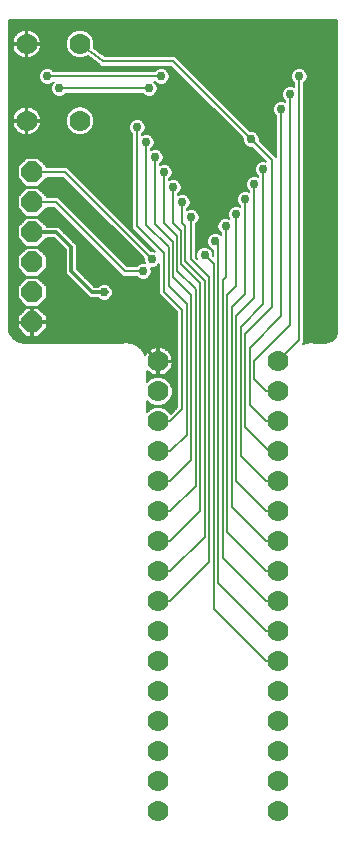
<source format=gbl>
G75*
%MOIN*%
%OFA0B0*%
%FSLAX26Y26*%
%IPPOS*%
%LPD*%
%AMOC8*
5,1,8,0,0,1.08239X$1,22.5*
%
%ADD10C,0.070000*%
%ADD11OC8,0.070000*%
%ADD12C,0.029780*%
%ADD13C,0.006000*%
%ADD14C,0.008000*%
%ADD15C,0.012000*%
D10*
X00653000Y00183000D03*
X00653000Y00283000D03*
X00653000Y00383000D03*
X00653000Y00483000D03*
X00653000Y00583000D03*
X00653000Y00683000D03*
X00653000Y00783000D03*
X00653000Y00883000D03*
X00653000Y00983000D03*
X00653000Y01083000D03*
X00653000Y01183000D03*
X00653000Y01283000D03*
X00653000Y01383000D03*
X00653000Y01483000D03*
X00653000Y01583000D03*
X00653000Y01683000D03*
X00392000Y02485000D03*
X00392000Y02741000D03*
X00214000Y02741000D03*
X00214000Y02485000D03*
X01053000Y01683000D03*
X01053000Y01583000D03*
X01053000Y01483000D03*
X01053000Y01383000D03*
X01053000Y01283000D03*
X01053000Y01183000D03*
X01053000Y01083000D03*
X01053000Y00983000D03*
X01053000Y00883000D03*
X01053000Y00783000D03*
X01053000Y00683000D03*
X01053000Y00583000D03*
X01053000Y00483000D03*
X01053000Y00383000D03*
X01053000Y00283000D03*
X01053000Y00183000D03*
D11*
X00233000Y01813000D03*
X00233000Y01913000D03*
X00233000Y02013000D03*
X00233000Y02113000D03*
X00233000Y02213000D03*
X00233000Y02313000D03*
D12*
X00323000Y02593000D03*
X00283000Y02633000D03*
X00583000Y02463000D03*
X00613000Y02413000D03*
X00643000Y02363000D03*
X00673000Y02313000D03*
X00703000Y02263000D03*
X00733000Y02213000D03*
X00763000Y02163000D03*
X00808000Y02038000D03*
X00843000Y02083000D03*
X00878000Y02133000D03*
X00913000Y02173000D03*
X00943000Y02223000D03*
X00973000Y02273000D03*
X01003000Y02323000D03*
X00963000Y02423000D03*
X01063000Y02523000D03*
X01093000Y02573000D03*
X01123000Y02633000D03*
X00663000Y02633000D03*
X00623000Y02593000D03*
X00633000Y02023000D03*
X00603000Y01983000D03*
X00473000Y01913000D03*
D13*
X00493003Y01932439D02*
X00657000Y01932439D01*
X00657000Y01938438D02*
X00484468Y01938438D01*
X00488798Y01936644D02*
X00478548Y01940890D01*
X00467452Y01940890D01*
X00457202Y01936644D01*
X00452558Y01932000D01*
X00440870Y01932000D01*
X00382000Y01990870D01*
X00382000Y02070870D01*
X00370870Y02082000D01*
X00320870Y02132000D01*
X00281000Y02132000D01*
X00281000Y02132882D01*
X00252882Y02161000D01*
X00213118Y02161000D01*
X00185000Y02132882D01*
X00185000Y02093118D01*
X00213118Y02065000D01*
X00252882Y02065000D01*
X00281000Y02093118D01*
X00281000Y02094000D01*
X00305130Y02094000D01*
X00344000Y02055130D01*
X00344000Y01975130D01*
X00414000Y01905130D01*
X00425130Y01894000D01*
X00452558Y01894000D01*
X00457202Y01889356D01*
X00467452Y01885110D01*
X00478548Y01885110D01*
X00488798Y01889356D01*
X00496644Y01897202D01*
X00498462Y01901593D01*
X00502000Y01905130D01*
X00502000Y01920870D01*
X00498462Y01924407D01*
X00496644Y01928798D01*
X00488798Y01936644D01*
X00497620Y01926440D02*
X00657000Y01926440D01*
X00657000Y01920442D02*
X00502000Y01920442D01*
X00502000Y01914443D02*
X00657000Y01914443D01*
X00657000Y01908445D02*
X00502000Y01908445D01*
X00499316Y01902446D02*
X00660926Y01902446D01*
X00657000Y01906373D02*
X00666373Y01897000D01*
X00717000Y01846373D01*
X00717000Y01529627D01*
X00694826Y01507453D01*
X00693692Y01510190D01*
X00680190Y01523692D01*
X00662548Y01531000D01*
X00643452Y01531000D01*
X00625810Y01523692D01*
X00616000Y01513882D01*
X00616000Y01552118D01*
X00625810Y01542308D01*
X00643452Y01535000D01*
X00662548Y01535000D01*
X00680190Y01542308D01*
X00693692Y01555810D01*
X00701000Y01573452D01*
X00701000Y01592548D01*
X00693692Y01610190D01*
X00680190Y01623692D01*
X00662548Y01631000D01*
X00643452Y01631000D01*
X00625810Y01623692D01*
X00616000Y01613882D01*
X00616000Y01652264D01*
X00616388Y01651730D01*
X00621730Y01646388D01*
X00627843Y01641947D01*
X00634574Y01638517D01*
X00641760Y01636182D01*
X00649222Y01635000D01*
X00650000Y01635000D01*
X00650000Y01679999D01*
X00656000Y01679999D01*
X00656000Y01635000D01*
X00656778Y01635000D01*
X00664240Y01636182D01*
X00671426Y01638517D01*
X00678157Y01641947D01*
X00684270Y01646388D01*
X00689612Y01651730D01*
X00694053Y01657843D01*
X00697483Y01664574D01*
X00699818Y01671760D01*
X00701000Y01679222D01*
X00701000Y01680000D01*
X00656000Y01680000D01*
X00656000Y01686000D01*
X00650000Y01686000D01*
X00650000Y01731000D01*
X00649222Y01731000D01*
X00641760Y01729818D01*
X00634574Y01727483D01*
X00627843Y01724053D01*
X00621730Y01719612D01*
X00616388Y01714270D01*
X00611947Y01708157D01*
X00610210Y01704749D01*
X00597861Y01724540D01*
X00597861Y01724540D01*
X00573961Y01741611D01*
X00545348Y01748237D01*
X00531924Y01746000D01*
X00226728Y01746000D01*
X00225324Y01746878D01*
X00221519Y01746000D01*
X00217615Y01746000D01*
X00216867Y01745252D01*
X00209635Y01744316D01*
X00188967Y01747777D01*
X00171196Y01758884D01*
X00159029Y01775945D01*
X00156000Y01784935D01*
X00156000Y02819606D01*
X01250000Y02819606D01*
X01250000Y01783000D01*
X01249289Y01775782D01*
X01243764Y01762444D01*
X01233556Y01752235D01*
X01220218Y01746711D01*
X01213000Y01746000D01*
X01174076Y01746000D01*
X01160652Y01748237D01*
X01136742Y01742701D01*
X01140000Y01745958D01*
X01140000Y02610558D01*
X01146644Y02617202D01*
X01150890Y02627452D01*
X01150890Y02638548D01*
X01146644Y02648798D01*
X01138798Y02656644D01*
X01128548Y02660890D01*
X01117452Y02660890D01*
X01107202Y02656644D01*
X01099356Y02648798D01*
X01095110Y02638548D01*
X01095110Y02627452D01*
X01099356Y02617202D01*
X01106000Y02610558D01*
X01106000Y02597803D01*
X01098548Y02600890D01*
X01087452Y02600890D01*
X01077202Y02596644D01*
X01069356Y02588798D01*
X01065110Y02578548D01*
X01065110Y02567452D01*
X01069356Y02557202D01*
X01076000Y02550558D01*
X01076000Y02547803D01*
X01068548Y02550890D01*
X01057452Y02550890D01*
X01047202Y02546644D01*
X01039356Y02538798D01*
X01035110Y02528548D01*
X01035110Y02517452D01*
X01039356Y02507202D01*
X01046000Y02500558D01*
X01046000Y02364041D01*
X00990890Y02419152D01*
X00990890Y02428548D01*
X00986644Y02438798D01*
X00978798Y02446644D01*
X00968548Y02450890D01*
X00959152Y02450890D01*
X00720000Y02690042D01*
X00710042Y02700000D01*
X00475628Y02700000D01*
X00438429Y02727660D01*
X00440000Y02731452D01*
X00440000Y02750548D01*
X00432692Y02768190D01*
X00419190Y02781692D01*
X00401548Y02789000D01*
X00382452Y02789000D01*
X00364810Y02781692D01*
X00351308Y02768190D01*
X00344000Y02750548D01*
X00344000Y02731452D01*
X00351308Y02713810D01*
X00364810Y02700308D01*
X00382452Y02693000D01*
X00401548Y02693000D01*
X00418576Y02700054D01*
X00458858Y02670100D01*
X00462958Y02666000D01*
X00464372Y02666000D01*
X00465507Y02665156D01*
X00471243Y02666000D01*
X00695958Y02666000D01*
X00935110Y02426848D01*
X00935110Y02417452D01*
X00939356Y02407202D01*
X00947202Y02399356D01*
X00957452Y02395110D01*
X00966848Y02395110D01*
X01012852Y02349107D01*
X01008548Y02350890D01*
X00997452Y02350890D01*
X00987202Y02346644D01*
X00979356Y02338798D01*
X00975110Y02328548D01*
X00975110Y02317452D01*
X00979356Y02307202D01*
X00986000Y02300558D01*
X00986000Y02297803D01*
X00978548Y02300890D01*
X00967452Y02300890D01*
X00957202Y02296644D01*
X00949356Y02288798D01*
X00945110Y02278548D01*
X00945110Y02267452D01*
X00949356Y02257202D01*
X00956000Y02250558D01*
X00956000Y02247803D01*
X00948548Y02250890D01*
X00937452Y02250890D01*
X00927202Y02246644D01*
X00919356Y02238798D01*
X00915110Y02228548D01*
X00915110Y02217452D01*
X00919356Y02207202D01*
X00926000Y02200558D01*
X00926000Y02197803D01*
X00918548Y02200890D01*
X00907452Y02200890D01*
X00897202Y02196644D01*
X00889356Y02188798D01*
X00885110Y02178548D01*
X00885110Y02167452D01*
X00888715Y02158749D01*
X00883548Y02160890D01*
X00872452Y02160890D01*
X00862202Y02156644D01*
X00854356Y02148798D01*
X00850110Y02138548D01*
X00850110Y02127452D01*
X00854356Y02117202D01*
X00861000Y02110558D01*
X00861000Y02104442D01*
X00858798Y02106644D01*
X00848548Y02110890D01*
X00837452Y02110890D01*
X00827202Y02106644D01*
X00819356Y02098798D01*
X00815110Y02088548D01*
X00815110Y02077452D01*
X00819356Y02067202D01*
X00827202Y02059356D01*
X00837000Y02055298D01*
X00837000Y02033041D01*
X00835890Y02034152D01*
X00835890Y02043548D01*
X00831644Y02053798D01*
X00823798Y02061644D01*
X00813548Y02065890D01*
X00802452Y02065890D01*
X00792202Y02061644D01*
X00784356Y02053798D01*
X00780110Y02043548D01*
X00780110Y02032452D01*
X00782893Y02025734D01*
X00780000Y02028627D01*
X00780000Y02140558D01*
X00786644Y02147202D01*
X00790890Y02157452D01*
X00790890Y02168548D01*
X00786644Y02178798D01*
X00778798Y02186644D01*
X00768548Y02190890D01*
X00757452Y02190890D01*
X00750000Y02187803D01*
X00750000Y02190558D01*
X00756644Y02197202D01*
X00760890Y02207452D01*
X00760890Y02218548D01*
X00756644Y02228798D01*
X00748798Y02236644D01*
X00738548Y02240890D01*
X00727452Y02240890D01*
X00720000Y02237803D01*
X00720000Y02240558D01*
X00726644Y02247202D01*
X00730890Y02257452D01*
X00730890Y02268548D01*
X00726644Y02278798D01*
X00718798Y02286644D01*
X00708548Y02290890D01*
X00697452Y02290890D01*
X00690000Y02287803D01*
X00690000Y02290558D01*
X00696644Y02297202D01*
X00700890Y02307452D01*
X00700890Y02318548D01*
X00696644Y02328798D01*
X00688798Y02336644D01*
X00678548Y02340890D01*
X00667452Y02340890D01*
X00660000Y02337803D01*
X00660000Y02340558D01*
X00666644Y02347202D01*
X00670890Y02357452D01*
X00670890Y02368548D01*
X00666644Y02378798D01*
X00658798Y02386644D01*
X00648548Y02390890D01*
X00637452Y02390890D01*
X00630000Y02387803D01*
X00630000Y02390558D01*
X00636644Y02397202D01*
X00640890Y02407452D01*
X00640890Y02418548D01*
X00636644Y02428798D01*
X00628798Y02436644D01*
X00618548Y02440890D01*
X00607452Y02440890D01*
X00600000Y02437803D01*
X00600000Y02440558D01*
X00606644Y02447202D01*
X00610890Y02457452D01*
X00610890Y02468548D01*
X00606644Y02478798D01*
X00598798Y02486644D01*
X00588548Y02490890D01*
X00577452Y02490890D01*
X00567202Y02486644D01*
X00559356Y02478798D01*
X00555110Y02468548D01*
X00555110Y02457452D01*
X00559356Y02447202D01*
X00566000Y02440558D01*
X00566000Y02125958D01*
X00575958Y02116000D01*
X00642852Y02049107D01*
X00638548Y02050890D01*
X00629152Y02050890D01*
X00360000Y02320042D01*
X00350042Y02330000D01*
X00281000Y02330000D01*
X00281000Y02332882D01*
X00252882Y02361000D01*
X00213118Y02361000D01*
X00185000Y02332882D01*
X00185000Y02293118D01*
X00213118Y02265000D01*
X00252882Y02265000D01*
X00281000Y02293118D01*
X00281000Y02296000D01*
X00335958Y02296000D01*
X00605110Y02026848D01*
X00605110Y02017452D01*
X00607829Y02010890D01*
X00597452Y02010890D01*
X00587202Y02006644D01*
X00580558Y02000000D01*
X00550042Y02000000D01*
X00330000Y02220042D01*
X00320042Y02230000D01*
X00281000Y02230000D01*
X00281000Y02232882D01*
X00252882Y02261000D01*
X00213118Y02261000D01*
X00185000Y02232882D01*
X00185000Y02193118D01*
X00213118Y02165000D01*
X00252882Y02165000D01*
X00281000Y02193118D01*
X00281000Y02196000D01*
X00305958Y02196000D01*
X00526000Y01975958D01*
X00535958Y01966000D01*
X00580558Y01966000D01*
X00587202Y01959356D01*
X00597452Y01955110D01*
X00608548Y01955110D01*
X00618798Y01959356D01*
X00626644Y01967202D01*
X00630890Y01977452D01*
X00630890Y01988548D01*
X00628171Y01995110D01*
X00638548Y01995110D01*
X00648798Y01999356D01*
X00656644Y02007202D01*
X00657000Y02008062D01*
X00657000Y01906373D01*
X00666925Y01896448D02*
X00495890Y01896448D01*
X00489891Y01890449D02*
X00672923Y01890449D01*
X00678922Y01884451D02*
X00272333Y01884451D01*
X00278331Y01890449D02*
X00456109Y01890449D01*
X00452997Y01932439D02*
X00440431Y01932439D01*
X00434432Y01938438D02*
X00461532Y01938438D01*
X00428434Y01944436D02*
X00657000Y01944436D01*
X00657000Y01950435D02*
X00422435Y01950435D01*
X00416437Y01956433D02*
X00594259Y01956433D01*
X00584126Y01962432D02*
X00410438Y01962432D01*
X00404440Y01968430D02*
X00533528Y01968430D01*
X00527530Y01974429D02*
X00398441Y01974429D01*
X00392443Y01980427D02*
X00521531Y01980427D01*
X00515533Y01986426D02*
X00386444Y01986426D01*
X00382000Y01992424D02*
X00509534Y01992424D01*
X00503536Y01998423D02*
X00382000Y01998423D01*
X00382000Y02004421D02*
X00497537Y02004421D01*
X00491539Y02010420D02*
X00382000Y02010420D01*
X00382000Y02016418D02*
X00485540Y02016418D01*
X00479541Y02022417D02*
X00382000Y02022417D01*
X00382000Y02028415D02*
X00473543Y02028415D01*
X00467544Y02034414D02*
X00382000Y02034414D01*
X00382000Y02040412D02*
X00461546Y02040412D01*
X00455547Y02046411D02*
X00382000Y02046411D01*
X00382000Y02052409D02*
X00449549Y02052409D01*
X00443550Y02058408D02*
X00382000Y02058408D01*
X00382000Y02064406D02*
X00437552Y02064406D01*
X00431553Y02070405D02*
X00382000Y02070405D01*
X00376466Y02076404D02*
X00425555Y02076404D01*
X00419556Y02082402D02*
X00370468Y02082402D01*
X00364469Y02088401D02*
X00413558Y02088401D01*
X00407559Y02094399D02*
X00358471Y02094399D01*
X00352472Y02100398D02*
X00401561Y02100398D01*
X00395562Y02106396D02*
X00346474Y02106396D01*
X00340475Y02112395D02*
X00389564Y02112395D01*
X00383565Y02118393D02*
X00334477Y02118393D01*
X00328478Y02124392D02*
X00377567Y02124392D01*
X00371568Y02130390D02*
X00322480Y02130390D01*
X00347574Y02154384D02*
X00259498Y02154384D01*
X00265496Y02148386D02*
X00353572Y02148386D01*
X00359571Y02142387D02*
X00271495Y02142387D01*
X00277493Y02136389D02*
X00365570Y02136389D01*
X00389659Y02160383D02*
X00471575Y02160383D01*
X00465577Y02166381D02*
X00383660Y02166381D01*
X00377662Y02172380D02*
X00459578Y02172380D01*
X00453580Y02178378D02*
X00371663Y02178378D01*
X00365664Y02184377D02*
X00447581Y02184377D01*
X00441583Y02190375D02*
X00359666Y02190375D01*
X00353667Y02196374D02*
X00435584Y02196374D01*
X00429586Y02202373D02*
X00347669Y02202373D01*
X00341670Y02208371D02*
X00423587Y02208371D01*
X00417589Y02214370D02*
X00335672Y02214370D01*
X00329673Y02220368D02*
X00411590Y02220368D01*
X00405592Y02226367D02*
X00323675Y02226367D01*
X00311583Y02190375D02*
X00278258Y02190375D01*
X00272259Y02184377D02*
X00317581Y02184377D01*
X00323580Y02178378D02*
X00266261Y02178378D01*
X00260262Y02172380D02*
X00329578Y02172380D01*
X00335577Y02166381D02*
X00254264Y02166381D01*
X00253499Y02160383D02*
X00341575Y02160383D01*
X00310729Y02088401D02*
X00276283Y02088401D01*
X00270284Y02082402D02*
X00316728Y02082402D01*
X00322726Y02076404D02*
X00264286Y02076404D01*
X00258287Y02070405D02*
X00328725Y02070405D01*
X00334723Y02064406D02*
X00156000Y02064406D01*
X00156000Y02058408D02*
X00210526Y02058408D01*
X00213118Y02061000D02*
X00185000Y02032882D01*
X00185000Y01993118D01*
X00213118Y01965000D01*
X00252882Y01965000D01*
X00281000Y01993118D01*
X00281000Y02032882D01*
X00252882Y02061000D01*
X00213118Y02061000D01*
X00207713Y02070405D02*
X00156000Y02070405D01*
X00156000Y02076404D02*
X00201714Y02076404D01*
X00195716Y02082402D02*
X00156000Y02082402D01*
X00156000Y02088401D02*
X00189717Y02088401D01*
X00185000Y02094399D02*
X00156000Y02094399D01*
X00156000Y02100398D02*
X00185000Y02100398D01*
X00185000Y02106396D02*
X00156000Y02106396D01*
X00156000Y02112395D02*
X00185000Y02112395D01*
X00185000Y02118393D02*
X00156000Y02118393D01*
X00156000Y02124392D02*
X00185000Y02124392D01*
X00185000Y02130390D02*
X00156000Y02130390D01*
X00156000Y02136389D02*
X00188507Y02136389D01*
X00194505Y02142387D02*
X00156000Y02142387D01*
X00156000Y02148386D02*
X00200504Y02148386D01*
X00206502Y02154384D02*
X00156000Y02154384D01*
X00156000Y02160383D02*
X00212501Y02160383D01*
X00211736Y02166381D02*
X00156000Y02166381D01*
X00156000Y02172380D02*
X00205738Y02172380D01*
X00199739Y02178378D02*
X00156000Y02178378D01*
X00156000Y02184377D02*
X00193741Y02184377D01*
X00187742Y02190375D02*
X00156000Y02190375D01*
X00156000Y02196374D02*
X00185000Y02196374D01*
X00185000Y02202373D02*
X00156000Y02202373D01*
X00156000Y02208371D02*
X00185000Y02208371D01*
X00185000Y02214370D02*
X00156000Y02214370D01*
X00156000Y02220368D02*
X00185000Y02220368D01*
X00185000Y02226367D02*
X00156000Y02226367D01*
X00156000Y02232365D02*
X00185000Y02232365D01*
X00190482Y02238364D02*
X00156000Y02238364D01*
X00156000Y02244362D02*
X00196480Y02244362D01*
X00202479Y02250361D02*
X00156000Y02250361D01*
X00156000Y02256359D02*
X00208477Y02256359D01*
X00209761Y02268356D02*
X00156000Y02268356D01*
X00156000Y02262358D02*
X00369601Y02262358D01*
X00375599Y02256359D02*
X00257523Y02256359D01*
X00263521Y02250361D02*
X00381598Y02250361D01*
X00387596Y02244362D02*
X00269520Y02244362D01*
X00275518Y02238364D02*
X00393595Y02238364D01*
X00399593Y02232365D02*
X00281000Y02232365D01*
X00262237Y02274355D02*
X00357603Y02274355D01*
X00351605Y02280353D02*
X00268235Y02280353D01*
X00274234Y02286352D02*
X00345606Y02286352D01*
X00339608Y02292350D02*
X00280233Y02292350D01*
X00279542Y02334340D02*
X00566000Y02334340D01*
X00566000Y02340339D02*
X00273543Y02340339D01*
X00267545Y02346337D02*
X00566000Y02346337D01*
X00566000Y02352336D02*
X00261546Y02352336D01*
X00255548Y02358334D02*
X00566000Y02358334D01*
X00566000Y02364333D02*
X00156000Y02364333D01*
X00156000Y02370331D02*
X00566000Y02370331D01*
X00566000Y02376330D02*
X00156000Y02376330D01*
X00156000Y02382328D02*
X00566000Y02382328D01*
X00566000Y02388327D02*
X00156000Y02388327D01*
X00156000Y02394325D02*
X00566000Y02394325D01*
X00566000Y02400324D02*
X00156000Y02400324D01*
X00156000Y02406322D02*
X00566000Y02406322D01*
X00566000Y02412321D02*
X00156000Y02412321D01*
X00156000Y02418319D02*
X00566000Y02418319D01*
X00566000Y02424318D02*
X00156000Y02424318D01*
X00156000Y02430316D02*
X00566000Y02430316D01*
X00566000Y02436315D02*
X00156000Y02436315D01*
X00156000Y02442313D02*
X00192048Y02442313D01*
X00188843Y02443947D02*
X00195574Y02440517D01*
X00202760Y02438182D01*
X00210222Y02437000D01*
X00211000Y02437000D01*
X00211000Y02481999D01*
X00217000Y02481999D01*
X00217000Y02437000D01*
X00217778Y02437000D01*
X00225240Y02438182D01*
X00232426Y02440517D01*
X00239157Y02443947D01*
X00245270Y02448388D01*
X00250612Y02453730D01*
X00255053Y02459843D01*
X00258483Y02466574D01*
X00260818Y02473760D01*
X00262000Y02481222D01*
X00262000Y02482000D01*
X00217000Y02482000D01*
X00217000Y02488000D01*
X00211000Y02488000D01*
X00211000Y02533000D01*
X00210222Y02533000D01*
X00202760Y02531818D01*
X00195574Y02529483D01*
X00188843Y02526053D01*
X00182730Y02521612D01*
X00177388Y02516270D01*
X00172947Y02510157D01*
X00169517Y02503426D01*
X00167182Y02496240D01*
X00166000Y02488778D01*
X00166000Y02488000D01*
X00210999Y02488000D01*
X00210999Y02482000D01*
X00166000Y02482000D01*
X00166000Y02481222D01*
X00167182Y02473760D01*
X00169517Y02466574D01*
X00172947Y02459843D01*
X00177388Y02453730D01*
X00182730Y02448388D01*
X00188843Y02443947D01*
X00182834Y02448312D02*
X00156000Y02448312D01*
X00156000Y02454311D02*
X00176966Y02454311D01*
X00172709Y02460309D02*
X00156000Y02460309D01*
X00156000Y02466308D02*
X00169652Y02466308D01*
X00167654Y02472306D02*
X00156000Y02472306D01*
X00156000Y02478305D02*
X00166462Y02478305D01*
X00166241Y02490302D02*
X00156000Y02490302D01*
X00156000Y02496300D02*
X00167202Y02496300D01*
X00169151Y02502299D02*
X00156000Y02502299D01*
X00156000Y02508297D02*
X00171999Y02508297D01*
X00175953Y02514296D02*
X00156000Y02514296D01*
X00156000Y02520294D02*
X00181412Y02520294D01*
X00189313Y02526293D02*
X00156000Y02526293D01*
X00156000Y02532291D02*
X00205749Y02532291D01*
X00211000Y02532291D02*
X00217000Y02532291D01*
X00217000Y02533000D02*
X00217000Y02488000D01*
X00262000Y02488000D01*
X00262000Y02488778D01*
X00260818Y02496240D01*
X00258483Y02503426D01*
X00255053Y02510157D01*
X00250612Y02516270D01*
X00245270Y02521612D01*
X00239157Y02526053D01*
X00232426Y02529483D01*
X00225240Y02531818D01*
X00217778Y02533000D01*
X00217000Y02533000D01*
X00222251Y02532291D02*
X00380742Y02532291D01*
X00382452Y02533000D02*
X00364810Y02525692D01*
X00351308Y02512190D01*
X00344000Y02494548D01*
X00344000Y02475452D01*
X00351308Y02457810D01*
X00364810Y02444308D01*
X00382452Y02437000D01*
X00401548Y02437000D01*
X00419190Y02444308D01*
X00432692Y02457810D01*
X00440000Y02475452D01*
X00440000Y02494548D01*
X00432692Y02512190D01*
X00419190Y02525692D01*
X00401548Y02533000D01*
X00382452Y02533000D01*
X00366260Y02526293D02*
X00238687Y02526293D01*
X00246588Y02520294D02*
X00359412Y02520294D01*
X00353414Y02514296D02*
X00252047Y02514296D01*
X00256001Y02508297D02*
X00349695Y02508297D01*
X00347211Y02502299D02*
X00258849Y02502299D01*
X00260798Y02496300D02*
X00344726Y02496300D01*
X00344000Y02490302D02*
X00261759Y02490302D01*
X00261538Y02478305D02*
X00344000Y02478305D01*
X00344000Y02484303D02*
X00217000Y02484303D01*
X00217000Y02478305D02*
X00211000Y02478305D01*
X00210999Y02484303D02*
X00156000Y02484303D01*
X00156000Y02538290D02*
X00823668Y02538290D01*
X00817670Y02544288D02*
X00156000Y02544288D01*
X00156000Y02550287D02*
X00811671Y02550287D01*
X00805673Y02556285D02*
X00156000Y02556285D01*
X00156000Y02562284D02*
X00799674Y02562284D01*
X00793676Y02568282D02*
X00636206Y02568282D01*
X00638798Y02569356D02*
X00628548Y02565110D01*
X00617452Y02565110D01*
X00607202Y02569356D01*
X00600558Y02576000D01*
X00345442Y02576000D01*
X00338798Y02569356D01*
X00328548Y02565110D01*
X00317452Y02565110D01*
X00307202Y02569356D01*
X00299356Y02577202D01*
X00295110Y02587452D01*
X00295110Y02598548D01*
X00299356Y02608798D01*
X00306558Y02616000D01*
X00305442Y02616000D01*
X00298798Y02609356D01*
X00288548Y02605110D01*
X00277452Y02605110D01*
X00267202Y02609356D01*
X00259356Y02617202D01*
X00255110Y02627452D01*
X00255110Y02638548D01*
X00259356Y02648798D01*
X00267202Y02656644D01*
X00277452Y02660890D01*
X00288548Y02660890D01*
X00298798Y02656644D01*
X00305442Y02650000D01*
X00640558Y02650000D01*
X00647202Y02656644D01*
X00657452Y02660890D01*
X00668548Y02660890D01*
X00678798Y02656644D01*
X00686644Y02648798D01*
X00690890Y02638548D01*
X00690890Y02627452D01*
X00686644Y02617202D01*
X00678798Y02609356D01*
X00668548Y02605110D01*
X00657452Y02605110D01*
X00647202Y02609356D01*
X00640558Y02616000D01*
X00639442Y02616000D01*
X00646644Y02608798D01*
X00650890Y02598548D01*
X00650890Y02587452D01*
X00646644Y02577202D01*
X00638798Y02569356D01*
X00643723Y02574281D02*
X00787677Y02574281D01*
X00781679Y02580280D02*
X00647919Y02580280D01*
X00650403Y02586278D02*
X00775680Y02586278D01*
X00769682Y02592277D02*
X00650890Y02592277D01*
X00650890Y02598275D02*
X00763683Y02598275D01*
X00757685Y02604274D02*
X00648518Y02604274D01*
X00646286Y02610272D02*
X00645170Y02610272D01*
X00642820Y02652262D02*
X00303180Y02652262D01*
X00294895Y02658260D02*
X00651105Y02658260D01*
X00674895Y02658260D02*
X00703698Y02658260D01*
X00709696Y02652262D02*
X00683180Y02652262D01*
X00687694Y02646263D02*
X00715695Y02646263D01*
X00721694Y02640265D02*
X00690178Y02640265D01*
X00690890Y02634266D02*
X00727692Y02634266D01*
X00733691Y02628268D02*
X00690890Y02628268D01*
X00688743Y02622269D02*
X00739689Y02622269D01*
X00745688Y02616271D02*
X00685713Y02616271D01*
X00679714Y02610272D02*
X00751686Y02610272D01*
X00769777Y02640265D02*
X01095822Y02640265D01*
X01095110Y02634266D02*
X00775775Y02634266D01*
X00781774Y02628268D02*
X01095110Y02628268D01*
X01097257Y02622269D02*
X00787772Y02622269D01*
X00793771Y02616271D02*
X01100287Y02616271D01*
X01106000Y02610272D02*
X00799769Y02610272D01*
X00805768Y02604274D02*
X01106000Y02604274D01*
X01106000Y02598275D02*
X01104859Y02598275D01*
X01081140Y02598275D02*
X00811766Y02598275D01*
X00817765Y02592277D02*
X01072835Y02592277D01*
X01068312Y02586278D02*
X00823763Y02586278D01*
X00829762Y02580280D02*
X01065828Y02580280D01*
X01065110Y02574281D02*
X00835760Y02574281D01*
X00841759Y02568282D02*
X01065110Y02568282D01*
X01067251Y02562284D02*
X00847758Y02562284D01*
X00853756Y02556285D02*
X01070272Y02556285D01*
X01070003Y02550287D02*
X01076000Y02550287D01*
X01055997Y02550287D02*
X00859755Y02550287D01*
X00865753Y02544288D02*
X01044846Y02544288D01*
X01039146Y02538290D02*
X00871752Y02538290D01*
X00877750Y02532291D02*
X01036661Y02532291D01*
X01035110Y02526293D02*
X00883749Y02526293D01*
X00889747Y02520294D02*
X01035110Y02520294D01*
X01036418Y02514296D02*
X00895746Y02514296D01*
X00901744Y02508297D02*
X01038902Y02508297D01*
X01044259Y02502299D02*
X00907743Y02502299D01*
X00913741Y02496300D02*
X01046000Y02496300D01*
X01046000Y02490302D02*
X00919740Y02490302D01*
X00925738Y02484303D02*
X01046000Y02484303D01*
X01046000Y02478305D02*
X00931737Y02478305D01*
X00937735Y02472306D02*
X01046000Y02472306D01*
X01046000Y02466308D02*
X00943734Y02466308D01*
X00949732Y02460309D02*
X01046000Y02460309D01*
X01046000Y02454311D02*
X00955731Y02454311D01*
X00974771Y02448312D02*
X01046000Y02448312D01*
X01046000Y02442313D02*
X00983128Y02442313D01*
X00987672Y02436315D02*
X01046000Y02436315D01*
X01046000Y02430316D02*
X00990157Y02430316D01*
X00990890Y02424318D02*
X01046000Y02424318D01*
X01046000Y02418319D02*
X00991722Y02418319D01*
X00997721Y02412321D02*
X01046000Y02412321D01*
X01046000Y02406322D02*
X01003719Y02406322D01*
X01009718Y02400324D02*
X01046000Y02400324D01*
X01046000Y02394325D02*
X01015716Y02394325D01*
X01021715Y02388327D02*
X01046000Y02388327D01*
X01046000Y02382328D02*
X01027713Y02382328D01*
X01033712Y02376330D02*
X01046000Y02376330D01*
X01046000Y02370331D02*
X01039710Y02370331D01*
X01045709Y02364333D02*
X01046000Y02364333D01*
X01009623Y02352336D02*
X00668770Y02352336D01*
X00670890Y02358334D02*
X01003624Y02358334D01*
X00997626Y02364333D02*
X00670890Y02364333D01*
X00670151Y02370331D02*
X00991627Y02370331D01*
X00985629Y02376330D02*
X00667666Y02376330D01*
X00663114Y02382328D02*
X00979630Y02382328D01*
X00973632Y02388327D02*
X00654735Y02388327D01*
X00637937Y02400324D02*
X00946234Y02400324D01*
X00940235Y02406322D02*
X00640422Y02406322D01*
X00640890Y02412321D02*
X00937236Y02412321D01*
X00935110Y02418319D02*
X00640890Y02418319D01*
X00638500Y02424318D02*
X00935110Y02424318D01*
X00931642Y02430316D02*
X00635125Y02430316D01*
X00629127Y02436315D02*
X00925643Y02436315D01*
X00919645Y02442313D02*
X00601756Y02442313D01*
X00607104Y02448312D02*
X00913646Y02448312D01*
X00907648Y02454311D02*
X00609588Y02454311D01*
X00610890Y02460309D02*
X00901649Y02460309D01*
X00895651Y02466308D02*
X00610890Y02466308D01*
X00609333Y02472306D02*
X00889652Y02472306D01*
X00883654Y02478305D02*
X00606848Y02478305D01*
X00601139Y02484303D02*
X00877655Y02484303D01*
X00871657Y02490302D02*
X00589967Y02490302D01*
X00576033Y02490302D02*
X00440000Y02490302D01*
X00440000Y02484303D02*
X00564861Y02484303D01*
X00559152Y02478305D02*
X00440000Y02478305D01*
X00438697Y02472306D02*
X00556667Y02472306D01*
X00555110Y02466308D02*
X00436212Y02466308D01*
X00433727Y02460309D02*
X00555110Y02460309D01*
X00556412Y02454311D02*
X00429193Y02454311D01*
X00423194Y02448312D02*
X00558896Y02448312D01*
X00564244Y02442313D02*
X00414375Y02442313D01*
X00439274Y02496300D02*
X00865658Y02496300D01*
X00859660Y02502299D02*
X00436789Y02502299D01*
X00434305Y02508297D02*
X00853661Y02508297D01*
X00847663Y02514296D02*
X00430586Y02514296D01*
X00424588Y02520294D02*
X00841664Y02520294D01*
X00835665Y02526293D02*
X00417740Y02526293D01*
X00403258Y02532291D02*
X00829667Y02532291D01*
X00763778Y02646263D02*
X01098306Y02646263D01*
X01102820Y02652262D02*
X00757780Y02652262D01*
X00751781Y02658260D02*
X01111105Y02658260D01*
X01134895Y02658260D02*
X01250000Y02658260D01*
X01250000Y02652262D02*
X01143180Y02652262D01*
X01147694Y02646263D02*
X01250000Y02646263D01*
X01250000Y02640265D02*
X01150178Y02640265D01*
X01150890Y02634266D02*
X01250000Y02634266D01*
X01250000Y02628268D02*
X01150890Y02628268D01*
X01148743Y02622269D02*
X01250000Y02622269D01*
X01250000Y02616271D02*
X01145713Y02616271D01*
X01140000Y02610272D02*
X01250000Y02610272D01*
X01250000Y02604274D02*
X01140000Y02604274D01*
X01140000Y02598275D02*
X01250000Y02598275D01*
X01250000Y02592277D02*
X01140000Y02592277D01*
X01140000Y02586278D02*
X01250000Y02586278D01*
X01250000Y02580280D02*
X01140000Y02580280D01*
X01140000Y02574281D02*
X01250000Y02574281D01*
X01250000Y02568282D02*
X01140000Y02568282D01*
X01140000Y02562284D02*
X01250000Y02562284D01*
X01250000Y02556285D02*
X01140000Y02556285D01*
X01140000Y02550287D02*
X01250000Y02550287D01*
X01250000Y02544288D02*
X01140000Y02544288D01*
X01140000Y02538290D02*
X01250000Y02538290D01*
X01250000Y02532291D02*
X01140000Y02532291D01*
X01140000Y02526293D02*
X01250000Y02526293D01*
X01250000Y02520294D02*
X01140000Y02520294D01*
X01140000Y02514296D02*
X01250000Y02514296D01*
X01250000Y02508297D02*
X01140000Y02508297D01*
X01140000Y02502299D02*
X01250000Y02502299D01*
X01250000Y02496300D02*
X01140000Y02496300D01*
X01140000Y02490302D02*
X01250000Y02490302D01*
X01250000Y02484303D02*
X01140000Y02484303D01*
X01140000Y02478305D02*
X01250000Y02478305D01*
X01250000Y02472306D02*
X01140000Y02472306D01*
X01140000Y02466308D02*
X01250000Y02466308D01*
X01250000Y02460309D02*
X01140000Y02460309D01*
X01140000Y02454311D02*
X01250000Y02454311D01*
X01250000Y02448312D02*
X01140000Y02448312D01*
X01140000Y02442313D02*
X01250000Y02442313D01*
X01250000Y02436315D02*
X01140000Y02436315D01*
X01140000Y02430316D02*
X01250000Y02430316D01*
X01250000Y02424318D02*
X01140000Y02424318D01*
X01140000Y02418319D02*
X01250000Y02418319D01*
X01250000Y02412321D02*
X01140000Y02412321D01*
X01140000Y02406322D02*
X01250000Y02406322D01*
X01250000Y02400324D02*
X01140000Y02400324D01*
X01140000Y02394325D02*
X01250000Y02394325D01*
X01250000Y02388327D02*
X01140000Y02388327D01*
X01140000Y02382328D02*
X01250000Y02382328D01*
X01250000Y02376330D02*
X01140000Y02376330D01*
X01140000Y02370331D02*
X01250000Y02370331D01*
X01250000Y02364333D02*
X01140000Y02364333D01*
X01140000Y02358334D02*
X01250000Y02358334D01*
X01250000Y02352336D02*
X01140000Y02352336D01*
X01140000Y02346337D02*
X01250000Y02346337D01*
X01250000Y02340339D02*
X01140000Y02340339D01*
X01140000Y02334340D02*
X01250000Y02334340D01*
X01250000Y02328342D02*
X01140000Y02328342D01*
X01140000Y02322343D02*
X01250000Y02322343D01*
X01250000Y02316344D02*
X01140000Y02316344D01*
X01140000Y02310346D02*
X01250000Y02310346D01*
X01250000Y02304347D02*
X01140000Y02304347D01*
X01140000Y02298349D02*
X01250000Y02298349D01*
X01250000Y02292350D02*
X01140000Y02292350D01*
X01140000Y02286352D02*
X01250000Y02286352D01*
X01250000Y02280353D02*
X01140000Y02280353D01*
X01140000Y02274355D02*
X01250000Y02274355D01*
X01250000Y02268356D02*
X01140000Y02268356D01*
X01140000Y02262358D02*
X01250000Y02262358D01*
X01250000Y02256359D02*
X01140000Y02256359D01*
X01140000Y02250361D02*
X01250000Y02250361D01*
X01250000Y02244362D02*
X01140000Y02244362D01*
X01140000Y02238364D02*
X01250000Y02238364D01*
X01250000Y02232365D02*
X01140000Y02232365D01*
X01140000Y02226367D02*
X01250000Y02226367D01*
X01250000Y02220368D02*
X01140000Y02220368D01*
X01140000Y02214370D02*
X01250000Y02214370D01*
X01250000Y02208371D02*
X01140000Y02208371D01*
X01140000Y02202373D02*
X01250000Y02202373D01*
X01250000Y02196374D02*
X01140000Y02196374D01*
X01140000Y02190375D02*
X01250000Y02190375D01*
X01250000Y02184377D02*
X01140000Y02184377D01*
X01140000Y02178378D02*
X01250000Y02178378D01*
X01250000Y02172380D02*
X01140000Y02172380D01*
X01140000Y02166381D02*
X01250000Y02166381D01*
X01250000Y02160383D02*
X01140000Y02160383D01*
X01140000Y02154384D02*
X01250000Y02154384D01*
X01250000Y02148386D02*
X01140000Y02148386D01*
X01140000Y02142387D02*
X01250000Y02142387D01*
X01250000Y02136389D02*
X01140000Y02136389D01*
X01140000Y02130390D02*
X01250000Y02130390D01*
X01250000Y02124392D02*
X01140000Y02124392D01*
X01140000Y02118393D02*
X01250000Y02118393D01*
X01250000Y02112395D02*
X01140000Y02112395D01*
X01140000Y02106396D02*
X01250000Y02106396D01*
X01250000Y02100398D02*
X01140000Y02100398D01*
X01140000Y02094399D02*
X01250000Y02094399D01*
X01250000Y02088401D02*
X01140000Y02088401D01*
X01140000Y02082402D02*
X01250000Y02082402D01*
X01250000Y02076404D02*
X01140000Y02076404D01*
X01140000Y02070405D02*
X01250000Y02070405D01*
X01250000Y02064406D02*
X01140000Y02064406D01*
X01140000Y02058408D02*
X01250000Y02058408D01*
X01250000Y02052409D02*
X01140000Y02052409D01*
X01140000Y02046411D02*
X01250000Y02046411D01*
X01250000Y02040412D02*
X01140000Y02040412D01*
X01140000Y02034414D02*
X01250000Y02034414D01*
X01250000Y02028415D02*
X01140000Y02028415D01*
X01140000Y02022417D02*
X01250000Y02022417D01*
X01250000Y02016418D02*
X01140000Y02016418D01*
X01140000Y02010420D02*
X01250000Y02010420D01*
X01250000Y02004421D02*
X01140000Y02004421D01*
X01140000Y01998423D02*
X01250000Y01998423D01*
X01250000Y01992424D02*
X01140000Y01992424D01*
X01140000Y01986426D02*
X01250000Y01986426D01*
X01250000Y01980427D02*
X01140000Y01980427D01*
X01140000Y01974429D02*
X01250000Y01974429D01*
X01250000Y01968430D02*
X01140000Y01968430D01*
X01140000Y01962432D02*
X01250000Y01962432D01*
X01250000Y01956433D02*
X01140000Y01956433D01*
X01140000Y01950435D02*
X01250000Y01950435D01*
X01250000Y01944436D02*
X01140000Y01944436D01*
X01140000Y01938438D02*
X01250000Y01938438D01*
X01250000Y01932439D02*
X01140000Y01932439D01*
X01140000Y01926440D02*
X01250000Y01926440D01*
X01250000Y01920442D02*
X01140000Y01920442D01*
X01140000Y01914443D02*
X01250000Y01914443D01*
X01250000Y01908445D02*
X01140000Y01908445D01*
X01140000Y01902446D02*
X01250000Y01902446D01*
X01250000Y01896448D02*
X01140000Y01896448D01*
X01140000Y01890449D02*
X01250000Y01890449D01*
X01250000Y01884451D02*
X01140000Y01884451D01*
X01140000Y01878452D02*
X01250000Y01878452D01*
X01250000Y01872454D02*
X01140000Y01872454D01*
X01140000Y01866455D02*
X01250000Y01866455D01*
X01250000Y01860457D02*
X01140000Y01860457D01*
X01140000Y01854458D02*
X01250000Y01854458D01*
X01250000Y01848460D02*
X01140000Y01848460D01*
X01140000Y01842461D02*
X01250000Y01842461D01*
X01250000Y01836463D02*
X01140000Y01836463D01*
X01140000Y01830464D02*
X01250000Y01830464D01*
X01250000Y01824466D02*
X01140000Y01824466D01*
X01140000Y01818467D02*
X01250000Y01818467D01*
X01250000Y01812469D02*
X01140000Y01812469D01*
X01140000Y01806470D02*
X01250000Y01806470D01*
X01250000Y01800471D02*
X01140000Y01800471D01*
X01140000Y01794473D02*
X01250000Y01794473D01*
X01250000Y01788474D02*
X01140000Y01788474D01*
X01140000Y01782476D02*
X01249948Y01782476D01*
X01249358Y01776477D02*
X01140000Y01776477D01*
X01140000Y01770479D02*
X01247093Y01770479D01*
X01244608Y01764480D02*
X01140000Y01764480D01*
X01140000Y01758482D02*
X01239802Y01758482D01*
X01233804Y01752483D02*
X01140000Y01752483D01*
X01140000Y01746485D02*
X01153084Y01746485D01*
X01160652Y01748237D02*
X01160652Y01748237D01*
X01171166Y01746485D02*
X01217923Y01746485D01*
X01093000Y01803000D02*
X00973000Y01683000D01*
X00973000Y01623000D01*
X01013000Y01583000D01*
X01053000Y01583000D01*
X01053000Y01483000D02*
X01013000Y01483000D01*
X00958000Y01538000D01*
X00958000Y01728000D01*
X01063000Y01833000D01*
X01003000Y01873000D02*
X00928000Y01798000D01*
X00928000Y01368000D01*
X01013000Y01283000D01*
X01053000Y01283000D01*
X01053000Y01183000D02*
X01013000Y01183000D01*
X00913000Y01283000D01*
X00913000Y01833000D01*
X00973000Y01893000D01*
X00943000Y01908000D02*
X00898000Y01863000D01*
X00898000Y01198000D01*
X01013000Y01083000D01*
X01053000Y01083000D01*
X01053000Y00983000D02*
X01013000Y00983000D01*
X00883000Y01113000D01*
X00883000Y01903000D01*
X00913000Y01933000D01*
X00878000Y01963000D02*
X00868000Y01953000D01*
X00868000Y01028000D01*
X01013000Y00883000D01*
X01053000Y00883000D01*
X01053000Y00783000D02*
X01013000Y00783000D01*
X00853000Y00943000D01*
X00853000Y02073000D01*
X00843000Y02083000D01*
X00822151Y02064406D02*
X00817128Y02064406D01*
X00818029Y02070405D02*
X00780000Y02070405D01*
X00780000Y02076404D02*
X00815545Y02076404D01*
X00815110Y02082402D02*
X00780000Y02082402D01*
X00780000Y02088401D02*
X00815110Y02088401D01*
X00817534Y02094399D02*
X00780000Y02094399D01*
X00780000Y02100398D02*
X00820956Y02100398D01*
X00826954Y02106396D02*
X00780000Y02106396D01*
X00780000Y02112395D02*
X00859163Y02112395D01*
X00859046Y02106396D02*
X00861000Y02106396D01*
X00853863Y02118393D02*
X00780000Y02118393D01*
X00780000Y02124392D02*
X00851378Y02124392D01*
X00850110Y02130390D02*
X00780000Y02130390D01*
X00780000Y02136389D02*
X00850110Y02136389D01*
X00851701Y02142387D02*
X00781829Y02142387D01*
X00787134Y02148386D02*
X00854185Y02148386D01*
X00859942Y02154384D02*
X00789619Y02154384D01*
X00790890Y02160383D02*
X00871229Y02160383D01*
X00884771Y02160383D02*
X00888039Y02160383D01*
X00885554Y02166381D02*
X00790890Y02166381D01*
X00789302Y02172380D02*
X00885110Y02172380D01*
X00885110Y02178378D02*
X00786818Y02178378D01*
X00781065Y02184377D02*
X00887525Y02184377D01*
X00890933Y02190375D02*
X00769789Y02190375D01*
X00756211Y02190375D02*
X00750000Y02190375D01*
X00755816Y02196374D02*
X00896932Y02196374D01*
X00918872Y02208371D02*
X00760890Y02208371D01*
X00760890Y02214370D02*
X00916387Y02214370D01*
X00915110Y02220368D02*
X00760136Y02220368D01*
X00757651Y02226367D02*
X00915110Y02226367D01*
X00916692Y02232365D02*
X00753077Y02232365D01*
X00744646Y02238364D02*
X00919176Y02238364D01*
X00924920Y02244362D02*
X00723804Y02244362D01*
X00721354Y02238364D02*
X00720000Y02238364D01*
X00727952Y02250361D02*
X00936175Y02250361D01*
X00949825Y02250361D02*
X00956000Y02250361D01*
X00950199Y02256359D02*
X00730437Y02256359D01*
X00730890Y02262358D02*
X00947220Y02262358D01*
X00945110Y02268356D02*
X00730890Y02268356D01*
X00728484Y02274355D02*
X00945110Y02274355D01*
X00945858Y02280353D02*
X00725089Y02280353D01*
X00719090Y02286352D02*
X00948343Y02286352D01*
X00952908Y02292350D02*
X00691792Y02292350D01*
X00697119Y02298349D02*
X00961319Y02298349D01*
X00978054Y02310346D02*
X00700890Y02310346D01*
X00700890Y02316344D02*
X00975569Y02316344D01*
X00975110Y02322343D02*
X00699318Y02322343D01*
X00696833Y02328342D02*
X00975110Y02328342D01*
X00977510Y02334340D02*
X00691102Y02334340D01*
X00679878Y02340339D02*
X00980897Y02340339D01*
X00986895Y02346337D02*
X00665779Y02346337D01*
X00666122Y02340339D02*
X00660000Y02340339D01*
X00631265Y02388327D02*
X00630000Y02388327D01*
X00633767Y02394325D02*
X00967633Y02394325D01*
X00982210Y02304347D02*
X00699603Y02304347D01*
X00758785Y02202373D02*
X00924185Y02202373D01*
X00984681Y02298349D02*
X00986000Y02298349D01*
X00837000Y02052409D02*
X00832219Y02052409D01*
X00834704Y02046411D02*
X00837000Y02046411D01*
X00837000Y02040412D02*
X00835890Y02040412D01*
X00835890Y02034414D02*
X00837000Y02034414D01*
X00829491Y02058408D02*
X00827034Y02058408D01*
X00798872Y02064406D02*
X00780000Y02064406D01*
X00780000Y02058408D02*
X00788966Y02058408D01*
X00783781Y02052409D02*
X00780000Y02052409D01*
X00780000Y02046411D02*
X00781296Y02046411D01*
X00780110Y02040412D02*
X00780000Y02040412D01*
X00780000Y02034414D02*
X00780110Y02034414D01*
X00780212Y02028415D02*
X00781782Y02028415D01*
X00763000Y02023000D02*
X00823000Y01963000D01*
X00823000Y01013000D01*
X00693000Y00883000D01*
X00653000Y00883000D01*
X00653000Y00983000D02*
X00693000Y00983000D01*
X00808000Y01098000D01*
X00808000Y01953000D01*
X00804402Y01955246D01*
X00741486Y02018162D01*
X00741486Y02134514D01*
X00729485Y02116515D02*
X00729485Y02006515D01*
X00793000Y01943000D01*
X00793000Y01183000D01*
X00693000Y01083000D01*
X00653000Y01083000D01*
X00653000Y01183000D02*
X00693000Y01183000D01*
X00778000Y01268000D01*
X00778000Y01923000D01*
X00716000Y01985000D01*
X00716000Y02100000D01*
X00702485Y02082485D02*
X00702485Y01963515D01*
X00763000Y01903000D01*
X00763000Y01353000D01*
X00693000Y01283000D01*
X00653000Y01283000D01*
X00653000Y01383000D02*
X00693000Y01383000D01*
X00748000Y01438000D01*
X00748000Y01874971D01*
X00735000Y01887971D01*
X00689000Y01933971D01*
X00689000Y02063000D01*
X00673000Y02043000D02*
X00673000Y01913000D01*
X00733000Y01853000D01*
X00733000Y01523000D01*
X00693000Y01483000D01*
X00653000Y01483000D01*
X00678145Y01524539D02*
X00711912Y01524539D01*
X00717000Y01530538D02*
X00663663Y01530538D01*
X00666257Y01536536D02*
X00717000Y01536536D01*
X00717000Y01542535D02*
X00680417Y01542535D01*
X00686416Y01548533D02*
X00717000Y01548533D01*
X00717000Y01554532D02*
X00692414Y01554532D01*
X00695648Y01560531D02*
X00717000Y01560531D01*
X00717000Y01566529D02*
X00698132Y01566529D01*
X00700617Y01572528D02*
X00717000Y01572528D01*
X00717000Y01578526D02*
X00701000Y01578526D01*
X00701000Y01584525D02*
X00717000Y01584525D01*
X00717000Y01590523D02*
X00701000Y01590523D01*
X00699354Y01596522D02*
X00717000Y01596522D01*
X00717000Y01602520D02*
X00696869Y01602520D01*
X00694384Y01608519D02*
X00717000Y01608519D01*
X00717000Y01614517D02*
X00689365Y01614517D01*
X00683366Y01620516D02*
X00717000Y01620516D01*
X00717000Y01626514D02*
X00673377Y01626514D01*
X00671409Y01638511D02*
X00717000Y01638511D01*
X00717000Y01632513D02*
X00616000Y01632513D01*
X00616000Y01638511D02*
X00634591Y01638511D01*
X00624315Y01644510D02*
X00616000Y01644510D01*
X00616000Y01650508D02*
X00617609Y01650508D01*
X00616000Y01626514D02*
X00632623Y01626514D01*
X00622634Y01620516D02*
X00616000Y01620516D01*
X00616000Y01614517D02*
X00616635Y01614517D01*
X00650000Y01638511D02*
X00656000Y01638511D01*
X00656000Y01644510D02*
X00650000Y01644510D01*
X00650000Y01650508D02*
X00656000Y01650508D01*
X00656000Y01656507D02*
X00650000Y01656507D01*
X00650000Y01662505D02*
X00656000Y01662505D01*
X00656000Y01668504D02*
X00650000Y01668504D01*
X00650000Y01674502D02*
X00656000Y01674502D01*
X00656000Y01680501D02*
X00717000Y01680501D01*
X00717000Y01686500D02*
X00701000Y01686500D01*
X00701000Y01686778D02*
X00699818Y01694240D01*
X00697483Y01701426D01*
X00694053Y01708157D01*
X00689612Y01714270D01*
X00684270Y01719612D01*
X00678157Y01724053D01*
X00671426Y01727483D01*
X00664240Y01729818D01*
X00656778Y01731000D01*
X00656000Y01731000D01*
X00656000Y01686000D01*
X00701000Y01686000D01*
X00701000Y01686778D01*
X00700094Y01692498D02*
X00717000Y01692498D01*
X00717000Y01698497D02*
X00698435Y01698497D01*
X00695919Y01704495D02*
X00717000Y01704495D01*
X00717000Y01710494D02*
X00692356Y01710494D01*
X00687390Y01716492D02*
X00717000Y01716492D01*
X00717000Y01722491D02*
X00680308Y01722491D01*
X00668330Y01728489D02*
X00717000Y01728489D01*
X00717000Y01734488D02*
X00583935Y01734488D01*
X00575537Y01740486D02*
X00717000Y01740486D01*
X00717000Y01746485D02*
X00552916Y01746485D01*
X00545348Y01748237D02*
X00545348Y01748237D01*
X00534833Y01746485D02*
X00225953Y01746485D01*
X00223620Y01746485D02*
X00196686Y01746485D01*
X00181437Y01752483D02*
X00717000Y01752483D01*
X00717000Y01758482D02*
X00171839Y01758482D01*
X00167205Y01764480D02*
X00717000Y01764480D01*
X00717000Y01770479D02*
X00258361Y01770479D01*
X00252882Y01765000D02*
X00281000Y01793118D01*
X00281000Y01810000D01*
X00236000Y01810000D01*
X00236000Y01816000D01*
X00281000Y01816000D01*
X00281000Y01832882D01*
X00252882Y01861000D01*
X00236000Y01861000D01*
X00236000Y01816000D01*
X00230000Y01816000D01*
X00230000Y01861000D01*
X00213118Y01861000D01*
X00185000Y01832882D01*
X00185000Y01816000D01*
X00229999Y01816000D01*
X00229999Y01810000D01*
X00185000Y01810000D01*
X00185000Y01793118D01*
X00213118Y01765000D01*
X00230000Y01765000D01*
X00230000Y01809999D01*
X00236000Y01809999D01*
X00236000Y01765000D01*
X00252882Y01765000D01*
X00264359Y01776477D02*
X00717000Y01776477D01*
X00717000Y01782476D02*
X00270358Y01782476D01*
X00276357Y01788474D02*
X00717000Y01788474D01*
X00717000Y01794473D02*
X00281000Y01794473D01*
X00281000Y01800471D02*
X00717000Y01800471D01*
X00717000Y01806470D02*
X00281000Y01806470D01*
X00281000Y01818467D02*
X00717000Y01818467D01*
X00717000Y01824466D02*
X00281000Y01824466D01*
X00281000Y01830464D02*
X00717000Y01830464D01*
X00717000Y01836463D02*
X00277419Y01836463D01*
X00271421Y01842461D02*
X00717000Y01842461D01*
X00714913Y01848460D02*
X00265422Y01848460D01*
X00259424Y01854458D02*
X00708914Y01854458D01*
X00702916Y01860457D02*
X00253425Y01860457D01*
X00252882Y01865000D02*
X00281000Y01893118D01*
X00281000Y01932882D01*
X00252882Y01961000D01*
X00213118Y01961000D01*
X00185000Y01932882D01*
X00185000Y01893118D01*
X00213118Y01865000D01*
X00252882Y01865000D01*
X00254337Y01866455D02*
X00696917Y01866455D01*
X00690919Y01872454D02*
X00260336Y01872454D01*
X00266334Y01878452D02*
X00684920Y01878452D01*
X00717000Y01812469D02*
X00236000Y01812469D01*
X00236000Y01818467D02*
X00230000Y01818467D01*
X00230000Y01824466D02*
X00236000Y01824466D01*
X00236000Y01830464D02*
X00230000Y01830464D01*
X00230000Y01836463D02*
X00236000Y01836463D01*
X00236000Y01842461D02*
X00230000Y01842461D01*
X00230000Y01848460D02*
X00236000Y01848460D01*
X00236000Y01854458D02*
X00230000Y01854458D01*
X00230000Y01860457D02*
X00236000Y01860457D01*
X00212575Y01860457D02*
X00156000Y01860457D01*
X00156000Y01866455D02*
X00211663Y01866455D01*
X00205664Y01872454D02*
X00156000Y01872454D01*
X00156000Y01878452D02*
X00199665Y01878452D01*
X00193667Y01884451D02*
X00156000Y01884451D01*
X00156000Y01890449D02*
X00187668Y01890449D01*
X00185000Y01896448D02*
X00156000Y01896448D01*
X00156000Y01902446D02*
X00185000Y01902446D01*
X00185000Y01908445D02*
X00156000Y01908445D01*
X00156000Y01914443D02*
X00185000Y01914443D01*
X00185000Y01920442D02*
X00156000Y01920442D01*
X00156000Y01926440D02*
X00185000Y01926440D01*
X00185000Y01932439D02*
X00156000Y01932439D01*
X00156000Y01938438D02*
X00190555Y01938438D01*
X00196554Y01944436D02*
X00156000Y01944436D01*
X00156000Y01950435D02*
X00202552Y01950435D01*
X00208551Y01956433D02*
X00156000Y01956433D01*
X00156000Y01962432D02*
X00356698Y01962432D01*
X00350700Y01968430D02*
X00256312Y01968430D01*
X00262311Y01974429D02*
X00344701Y01974429D01*
X00344000Y01980427D02*
X00268309Y01980427D01*
X00274308Y01986426D02*
X00344000Y01986426D01*
X00344000Y01992424D02*
X00280306Y01992424D01*
X00281000Y01998423D02*
X00344000Y01998423D01*
X00344000Y02004421D02*
X00281000Y02004421D01*
X00281000Y02010420D02*
X00344000Y02010420D01*
X00344000Y02016418D02*
X00281000Y02016418D01*
X00281000Y02022417D02*
X00344000Y02022417D01*
X00344000Y02028415D02*
X00281000Y02028415D01*
X00279468Y02034414D02*
X00344000Y02034414D01*
X00344000Y02040412D02*
X00273470Y02040412D01*
X00267471Y02046411D02*
X00344000Y02046411D01*
X00344000Y02052409D02*
X00261473Y02052409D01*
X00255474Y02058408D02*
X00340722Y02058408D01*
X00362697Y01956433D02*
X00257449Y01956433D01*
X00263447Y01950435D02*
X00368695Y01950435D01*
X00374694Y01944436D02*
X00269446Y01944436D01*
X00275445Y01938438D02*
X00380692Y01938438D01*
X00386691Y01932439D02*
X00281000Y01932439D01*
X00281000Y01926440D02*
X00392689Y01926440D01*
X00398688Y01920442D02*
X00281000Y01920442D01*
X00281000Y01914443D02*
X00404687Y01914443D01*
X00410685Y01908445D02*
X00281000Y01908445D01*
X00281000Y01902446D02*
X00416684Y01902446D01*
X00422682Y01896448D02*
X00281000Y01896448D01*
X00229999Y01812469D02*
X00156000Y01812469D01*
X00156000Y01818467D02*
X00185000Y01818467D01*
X00185000Y01824466D02*
X00156000Y01824466D01*
X00156000Y01830464D02*
X00185000Y01830464D01*
X00188580Y01836463D02*
X00156000Y01836463D01*
X00156000Y01842461D02*
X00194579Y01842461D01*
X00200578Y01848460D02*
X00156000Y01848460D01*
X00156000Y01854458D02*
X00206576Y01854458D01*
X00185000Y01806470D02*
X00156000Y01806470D01*
X00156000Y01800471D02*
X00185000Y01800471D01*
X00185000Y01794473D02*
X00156000Y01794473D01*
X00156000Y01788474D02*
X00189643Y01788474D01*
X00195642Y01782476D02*
X00156828Y01782476D01*
X00158850Y01776477D02*
X00201640Y01776477D01*
X00207639Y01770479D02*
X00162927Y01770479D01*
X00230000Y01770479D02*
X00236000Y01770479D01*
X00236000Y01776477D02*
X00230000Y01776477D01*
X00230000Y01782476D02*
X00236000Y01782476D01*
X00236000Y01788474D02*
X00230000Y01788474D01*
X00230000Y01794473D02*
X00236000Y01794473D01*
X00236000Y01800471D02*
X00230000Y01800471D01*
X00230000Y01806470D02*
X00236000Y01806470D01*
X00209688Y01968430D02*
X00156000Y01968430D01*
X00156000Y01974429D02*
X00203689Y01974429D01*
X00197691Y01980427D02*
X00156000Y01980427D01*
X00156000Y01986426D02*
X00191692Y01986426D01*
X00185694Y01992424D02*
X00156000Y01992424D01*
X00156000Y01998423D02*
X00185000Y01998423D01*
X00185000Y02004421D02*
X00156000Y02004421D01*
X00156000Y02010420D02*
X00185000Y02010420D01*
X00185000Y02016418D02*
X00156000Y02016418D01*
X00156000Y02022417D02*
X00185000Y02022417D01*
X00185000Y02028415D02*
X00156000Y02028415D01*
X00156000Y02034414D02*
X00186532Y02034414D01*
X00192530Y02040412D02*
X00156000Y02040412D01*
X00156000Y02046411D02*
X00198529Y02046411D01*
X00204527Y02052409D02*
X00156000Y02052409D01*
X00156000Y02274355D02*
X00203763Y02274355D01*
X00197764Y02280353D02*
X00156000Y02280353D01*
X00156000Y02286352D02*
X00191766Y02286352D01*
X00185767Y02292350D02*
X00156000Y02292350D01*
X00156000Y02298349D02*
X00185000Y02298349D01*
X00185000Y02304347D02*
X00156000Y02304347D01*
X00156000Y02310346D02*
X00185000Y02310346D01*
X00185000Y02316344D02*
X00156000Y02316344D01*
X00156000Y02322343D02*
X00185000Y02322343D01*
X00185000Y02328342D02*
X00156000Y02328342D01*
X00156000Y02334340D02*
X00186458Y02334340D01*
X00192456Y02340339D02*
X00156000Y02340339D01*
X00156000Y02346337D02*
X00198455Y02346337D01*
X00204453Y02352336D02*
X00156000Y02352336D01*
X00156000Y02358334D02*
X00210452Y02358334D01*
X00211000Y02442313D02*
X00217000Y02442313D01*
X00217000Y02448312D02*
X00211000Y02448312D01*
X00211000Y02454311D02*
X00217000Y02454311D01*
X00217000Y02460309D02*
X00211000Y02460309D01*
X00211000Y02466308D02*
X00217000Y02466308D01*
X00217000Y02472306D02*
X00211000Y02472306D01*
X00211000Y02490302D02*
X00217000Y02490302D01*
X00217000Y02496300D02*
X00211000Y02496300D01*
X00211000Y02502299D02*
X00217000Y02502299D01*
X00217000Y02508297D02*
X00211000Y02508297D01*
X00211000Y02514296D02*
X00217000Y02514296D01*
X00217000Y02520294D02*
X00211000Y02520294D01*
X00211000Y02526293D02*
X00217000Y02526293D01*
X00255291Y02460309D02*
X00350272Y02460309D01*
X00347788Y02466308D02*
X00258347Y02466308D01*
X00260345Y02472306D02*
X00345303Y02472306D01*
X00354807Y02454311D02*
X00251034Y02454311D01*
X00245166Y02448312D02*
X00360806Y02448312D01*
X00369624Y02442313D02*
X00235952Y02442313D01*
X00302277Y02574281D02*
X00156000Y02574281D01*
X00156000Y02580280D02*
X00298081Y02580280D01*
X00295597Y02586278D02*
X00156000Y02586278D01*
X00156000Y02592277D02*
X00295110Y02592277D01*
X00295110Y02598275D02*
X00156000Y02598275D01*
X00156000Y02604274D02*
X00297482Y02604274D01*
X00299714Y02610272D02*
X00300830Y02610272D01*
X00266286Y02610272D02*
X00156000Y02610272D01*
X00156000Y02616271D02*
X00260287Y02616271D01*
X00257257Y02622269D02*
X00156000Y02622269D01*
X00156000Y02628268D02*
X00255110Y02628268D01*
X00255110Y02634266D02*
X00156000Y02634266D01*
X00156000Y02640265D02*
X00255822Y02640265D01*
X00258306Y02646263D02*
X00156000Y02646263D01*
X00156000Y02652262D02*
X00262820Y02652262D01*
X00271105Y02658260D02*
X00156000Y02658260D01*
X00156000Y02664259D02*
X00697699Y02664259D01*
X00721789Y02688253D02*
X01250000Y02688253D01*
X01250000Y02694251D02*
X00715790Y02694251D01*
X00727787Y02682254D02*
X01250000Y02682254D01*
X01250000Y02676256D02*
X00733786Y02676256D01*
X00739784Y02670257D02*
X01250000Y02670257D01*
X01250000Y02664259D02*
X00745783Y02664259D01*
X00609794Y02568282D02*
X00336206Y02568282D01*
X00343723Y02574281D02*
X00602277Y02574281D01*
X00475291Y02700250D02*
X01250000Y02700250D01*
X01250000Y02706249D02*
X00467225Y02706249D01*
X00459157Y02712247D02*
X01250000Y02712247D01*
X01250000Y02718246D02*
X00451091Y02718246D01*
X00443023Y02724244D02*
X01250000Y02724244D01*
X01250000Y02730243D02*
X00439499Y02730243D01*
X00440000Y02736241D02*
X01250000Y02736241D01*
X01250000Y02742240D02*
X00440000Y02742240D01*
X00440000Y02748238D02*
X01250000Y02748238D01*
X01250000Y02754237D02*
X00438472Y02754237D01*
X00435987Y02760235D02*
X01250000Y02760235D01*
X01250000Y02766234D02*
X00433503Y02766234D01*
X00428650Y02772232D02*
X01250000Y02772232D01*
X01250000Y02778231D02*
X00422651Y02778231D01*
X00413065Y02784229D02*
X01250000Y02784229D01*
X01250000Y02790228D02*
X00156000Y02790228D01*
X00156000Y02796226D02*
X01250000Y02796226D01*
X01250000Y02802225D02*
X00156000Y02802225D01*
X00156000Y02808223D02*
X01250000Y02808223D01*
X01250000Y02814222D02*
X00156000Y02814222D01*
X00156000Y02784229D02*
X00193113Y02784229D01*
X00195574Y02785483D02*
X00188843Y02782053D01*
X00182730Y02777612D01*
X00177388Y02772270D01*
X00172947Y02766157D01*
X00169517Y02759426D01*
X00167182Y02752240D01*
X00166000Y02744778D01*
X00166000Y02744000D01*
X00210999Y02744000D01*
X00210999Y02738000D01*
X00166000Y02738000D01*
X00166000Y02737222D01*
X00167182Y02729760D01*
X00169517Y02722574D01*
X00172947Y02715843D01*
X00177388Y02709730D01*
X00182730Y02704388D01*
X00188843Y02699947D01*
X00195574Y02696517D01*
X00202760Y02694182D01*
X00210222Y02693000D01*
X00211000Y02693000D01*
X00211000Y02737999D01*
X00217000Y02737999D01*
X00217000Y02693000D01*
X00217778Y02693000D01*
X00225240Y02694182D01*
X00232426Y02696517D01*
X00239157Y02699947D01*
X00245270Y02704388D01*
X00250612Y02709730D01*
X00255053Y02715843D01*
X00258483Y02722574D01*
X00260818Y02729760D01*
X00262000Y02737222D01*
X00262000Y02738000D01*
X00217000Y02738000D01*
X00217000Y02744000D01*
X00211000Y02744000D01*
X00211000Y02789000D01*
X00210222Y02789000D01*
X00202760Y02787818D01*
X00195574Y02785483D01*
X00183582Y02778231D02*
X00156000Y02778231D01*
X00156000Y02772232D02*
X00177360Y02772232D01*
X00173002Y02766234D02*
X00156000Y02766234D01*
X00156000Y02760235D02*
X00169929Y02760235D01*
X00167831Y02754237D02*
X00156000Y02754237D01*
X00156000Y02748238D02*
X00166548Y02748238D01*
X00166155Y02736241D02*
X00156000Y02736241D01*
X00156000Y02730243D02*
X00167105Y02730243D01*
X00168974Y02724244D02*
X00156000Y02724244D01*
X00156000Y02718246D02*
X00171722Y02718246D01*
X00175559Y02712247D02*
X00156000Y02712247D01*
X00156000Y02706249D02*
X00180869Y02706249D01*
X00188425Y02700250D02*
X00156000Y02700250D01*
X00156000Y02694251D02*
X00202546Y02694251D01*
X00211000Y02694251D02*
X00217000Y02694251D01*
X00217000Y02700250D02*
X00211000Y02700250D01*
X00211000Y02706249D02*
X00217000Y02706249D01*
X00217000Y02712247D02*
X00211000Y02712247D01*
X00211000Y02718246D02*
X00217000Y02718246D01*
X00217000Y02724244D02*
X00211000Y02724244D01*
X00211000Y02730243D02*
X00217000Y02730243D01*
X00217000Y02736241D02*
X00211000Y02736241D01*
X00210999Y02742240D02*
X00156000Y02742240D01*
X00156000Y02688253D02*
X00434446Y02688253D01*
X00442513Y02682254D02*
X00156000Y02682254D01*
X00156000Y02676256D02*
X00450580Y02676256D01*
X00458647Y02670257D02*
X00156000Y02670257D01*
X00211000Y02748238D02*
X00217000Y02748238D01*
X00217000Y02744000D02*
X00217000Y02789000D01*
X00217778Y02789000D01*
X00225240Y02787818D01*
X00232426Y02785483D01*
X00239157Y02782053D01*
X00245270Y02777612D01*
X00250612Y02772270D01*
X00255053Y02766157D01*
X00258483Y02759426D01*
X00260818Y02752240D01*
X00262000Y02744778D01*
X00262000Y02744000D01*
X00217000Y02744000D01*
X00217000Y02742240D02*
X00344000Y02742240D01*
X00344000Y02748238D02*
X00261452Y02748238D01*
X00260169Y02754237D02*
X00345528Y02754237D01*
X00348013Y02760235D02*
X00258071Y02760235D01*
X00254998Y02766234D02*
X00350497Y02766234D01*
X00355350Y02772232D02*
X00250640Y02772232D01*
X00244418Y02778231D02*
X00361349Y02778231D01*
X00370935Y02784229D02*
X00234887Y02784229D01*
X00217000Y02784229D02*
X00211000Y02784229D01*
X00211000Y02778231D02*
X00217000Y02778231D01*
X00217000Y02772232D02*
X00211000Y02772232D01*
X00211000Y02766234D02*
X00217000Y02766234D01*
X00217000Y02760235D02*
X00211000Y02760235D01*
X00211000Y02754237D02*
X00217000Y02754237D01*
X00239575Y02700250D02*
X00364949Y02700250D01*
X00358869Y02706249D02*
X00247131Y02706249D01*
X00252441Y02712247D02*
X00352871Y02712247D01*
X00349470Y02718246D02*
X00256278Y02718246D01*
X00259026Y02724244D02*
X00346986Y02724244D01*
X00344501Y02730243D02*
X00260894Y02730243D01*
X00261844Y02736241D02*
X00344000Y02736241D01*
X00379431Y02694251D02*
X00225454Y02694251D01*
X00156000Y02568282D02*
X00309794Y02568282D01*
X00404569Y02694251D02*
X00426379Y02694251D01*
X00351700Y02328342D02*
X00566000Y02328342D01*
X00566000Y02322343D02*
X00357698Y02322343D01*
X00363697Y02316344D02*
X00566000Y02316344D01*
X00566000Y02310346D02*
X00369695Y02310346D01*
X00375694Y02304347D02*
X00566000Y02304347D01*
X00566000Y02298349D02*
X00381693Y02298349D01*
X00387691Y02292350D02*
X00566000Y02292350D01*
X00566000Y02286352D02*
X00393690Y02286352D01*
X00399688Y02280353D02*
X00566000Y02280353D01*
X00566000Y02274355D02*
X00405687Y02274355D01*
X00411685Y02268356D02*
X00566000Y02268356D01*
X00566000Y02262358D02*
X00417684Y02262358D01*
X00423682Y02256359D02*
X00566000Y02256359D01*
X00566000Y02250361D02*
X00429681Y02250361D01*
X00435679Y02244362D02*
X00566000Y02244362D01*
X00566000Y02238364D02*
X00441678Y02238364D01*
X00447676Y02232365D02*
X00566000Y02232365D01*
X00566000Y02226367D02*
X00453675Y02226367D01*
X00459673Y02220368D02*
X00566000Y02220368D01*
X00566000Y02214370D02*
X00465672Y02214370D01*
X00471670Y02208371D02*
X00566000Y02208371D01*
X00566000Y02202373D02*
X00477669Y02202373D01*
X00483667Y02196374D02*
X00566000Y02196374D01*
X00566000Y02190375D02*
X00489666Y02190375D01*
X00495664Y02184377D02*
X00566000Y02184377D01*
X00566000Y02178378D02*
X00501663Y02178378D01*
X00507662Y02172380D02*
X00566000Y02172380D01*
X00566000Y02166381D02*
X00513660Y02166381D01*
X00519659Y02160383D02*
X00566000Y02160383D01*
X00566000Y02154384D02*
X00525657Y02154384D01*
X00531656Y02148386D02*
X00566000Y02148386D01*
X00566000Y02142387D02*
X00537654Y02142387D01*
X00543653Y02136389D02*
X00566000Y02136389D01*
X00566000Y02130390D02*
X00549651Y02130390D01*
X00555650Y02124392D02*
X00567567Y02124392D01*
X00561648Y02118393D02*
X00573565Y02118393D01*
X00567647Y02112395D02*
X00579564Y02112395D01*
X00573645Y02106396D02*
X00585562Y02106396D01*
X00579644Y02100398D02*
X00591561Y02100398D01*
X00585642Y02094399D02*
X00597559Y02094399D01*
X00591641Y02088401D02*
X00603558Y02088401D01*
X00597639Y02082402D02*
X00609556Y02082402D01*
X00603638Y02076404D02*
X00615555Y02076404D01*
X00609636Y02070405D02*
X00621553Y02070405D01*
X00615635Y02064406D02*
X00627552Y02064406D01*
X00621633Y02058408D02*
X00633550Y02058408D01*
X00627632Y02052409D02*
X00639549Y02052409D01*
X00653863Y02004421D02*
X00657000Y02004421D01*
X00657000Y01998423D02*
X00646545Y01998423D01*
X00657000Y01992424D02*
X00629284Y01992424D01*
X00630890Y01986426D02*
X00657000Y01986426D01*
X00657000Y01980427D02*
X00630890Y01980427D01*
X00629637Y01974429D02*
X00657000Y01974429D01*
X00657000Y01968430D02*
X00627152Y01968430D01*
X00621874Y01962432D02*
X00657000Y01962432D01*
X00657000Y01956433D02*
X00611741Y01956433D01*
X00584979Y02004421D02*
X00545620Y02004421D01*
X00539622Y02010420D02*
X00596318Y02010420D01*
X00605539Y02016418D02*
X00533623Y02016418D01*
X00527625Y02022417D02*
X00605110Y02022417D01*
X00603543Y02028415D02*
X00521626Y02028415D01*
X00515628Y02034414D02*
X00597544Y02034414D01*
X00591546Y02040412D02*
X00509629Y02040412D01*
X00503631Y02046411D02*
X00585547Y02046411D01*
X00579549Y02052409D02*
X00497632Y02052409D01*
X00491633Y02058408D02*
X00573550Y02058408D01*
X00567552Y02064406D02*
X00485635Y02064406D01*
X00479636Y02070405D02*
X00561553Y02070405D01*
X00555555Y02076404D02*
X00473638Y02076404D01*
X00467639Y02082402D02*
X00549556Y02082402D01*
X00543558Y02088401D02*
X00461641Y02088401D01*
X00455642Y02094399D02*
X00537559Y02094399D01*
X00531561Y02100398D02*
X00449644Y02100398D01*
X00443645Y02106396D02*
X00525562Y02106396D01*
X00519564Y02112395D02*
X00437647Y02112395D01*
X00431648Y02118393D02*
X00513565Y02118393D01*
X00507567Y02124392D02*
X00425650Y02124392D01*
X00419651Y02130390D02*
X00501568Y02130390D01*
X00495570Y02136389D02*
X00413653Y02136389D01*
X00407654Y02142387D02*
X00489571Y02142387D01*
X00483572Y02148386D02*
X00401656Y02148386D01*
X00395657Y02154384D02*
X00477574Y02154384D01*
X00363602Y02268356D02*
X00256238Y02268356D01*
X00573961Y01741611D02*
X00573961Y01741611D01*
X00592333Y01728489D02*
X00637670Y01728489D01*
X00650000Y01728489D02*
X00656000Y01728489D01*
X00656000Y01722491D02*
X00650000Y01722491D01*
X00650000Y01716492D02*
X00656000Y01716492D01*
X00656000Y01710494D02*
X00650000Y01710494D01*
X00650000Y01704495D02*
X00656000Y01704495D01*
X00656000Y01698497D02*
X00650000Y01698497D01*
X00650000Y01692498D02*
X00656000Y01692498D01*
X00656000Y01686500D02*
X00650000Y01686500D01*
X00625692Y01722491D02*
X00599140Y01722491D01*
X00602883Y01716492D02*
X00618610Y01716492D01*
X00613644Y01710494D02*
X00606626Y01710494D01*
X00681685Y01644510D02*
X00717000Y01644510D01*
X00717000Y01650508D02*
X00688391Y01650508D01*
X00693083Y01656507D02*
X00717000Y01656507D01*
X00717000Y01662505D02*
X00696429Y01662505D01*
X00698760Y01668504D02*
X00717000Y01668504D01*
X00717000Y01674502D02*
X00700252Y01674502D01*
X00639743Y01536536D02*
X00616000Y01536536D01*
X00616000Y01530538D02*
X00642337Y01530538D01*
X00627855Y01524539D02*
X00616000Y01524539D01*
X00616000Y01518541D02*
X00620659Y01518541D01*
X00616000Y01542535D02*
X00625583Y01542535D01*
X00619584Y01548533D02*
X00616000Y01548533D01*
X00685341Y01518541D02*
X00705914Y01518541D01*
X00699915Y01512542D02*
X00691340Y01512542D01*
X00838000Y02008000D02*
X00838000Y00858000D01*
X01013000Y00683000D01*
X01053000Y00683000D01*
D14*
X01053000Y01383000D02*
X01023000Y01383000D01*
X00943000Y01463000D01*
X00943000Y01773000D01*
X01033000Y01863000D01*
X01033000Y02353000D01*
X00963000Y02423000D01*
X00703000Y02683000D01*
X00470000Y02683000D01*
X00392000Y02741000D01*
X00323000Y02593000D02*
X00623000Y02593000D01*
X00663000Y02633000D02*
X00283000Y02633000D01*
X00233000Y02313000D02*
X00343000Y02313000D01*
X00633000Y02023000D01*
X00603000Y01983000D02*
X00543000Y01983000D01*
X00313000Y02213000D01*
X00233000Y02213000D01*
X00583000Y02133000D02*
X00583000Y02463000D01*
X00613000Y02413000D02*
X00613000Y02139000D01*
X00689000Y02063000D01*
X00702485Y02082485D02*
X00643000Y02141971D01*
X00643000Y02363000D01*
X00673000Y02313000D02*
X00673000Y02143000D01*
X00716000Y02100000D01*
X00729485Y02116515D02*
X00703000Y02143000D01*
X00703000Y02263000D01*
X00733000Y02213000D02*
X00733000Y02143000D01*
X00741486Y02134514D01*
X00763000Y02163000D02*
X00763000Y02023000D01*
X00808000Y02038000D02*
X00838000Y02008000D01*
X00878000Y01963000D02*
X00878000Y02133000D01*
X00913000Y02173000D02*
X00913000Y01933000D01*
X00943000Y01908000D02*
X00943000Y02223000D01*
X00973000Y02273000D02*
X00973000Y01893000D01*
X01003000Y01873000D02*
X01003000Y02323000D01*
X01063000Y02523000D02*
X01063000Y01833000D01*
X01093000Y01803000D02*
X01093000Y02573000D01*
X01123000Y02633000D02*
X01123000Y01753000D01*
X01053000Y01683000D01*
X00673000Y02043000D02*
X00583000Y02133000D01*
D15*
X00483000Y01913000D02*
X00473000Y01913000D01*
X00433000Y01913000D01*
X00363000Y01983000D01*
X00363000Y02063000D01*
X00313000Y02113000D01*
X00233000Y02113000D01*
X00233000Y01813000D02*
X00523000Y01813000D01*
X00653000Y01683000D01*
M02*

</source>
